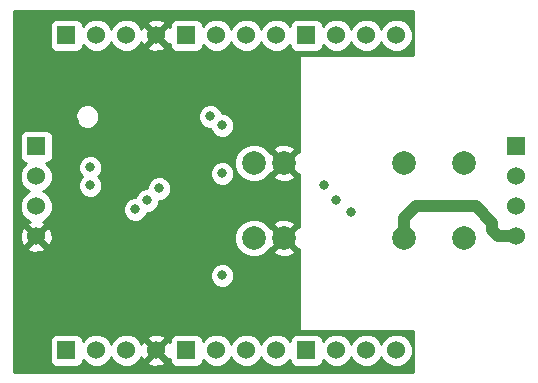
<source format=gbr>
G04 #@! TF.FileFunction,Copper,L3,Inr,Plane*
%FSLAX46Y46*%
G04 Gerber Fmt 4.6, Leading zero omitted, Abs format (unit mm)*
G04 Created by KiCad (PCBNEW (2015-01-16 BZR 5376)-product) date 25/06/2015 00:13:43*
%MOMM*%
G01*
G04 APERTURE LIST*
%ADD10C,0.150000*%
%ADD11R,1.524000X1.524000*%
%ADD12C,1.524000*%
%ADD13C,1.998980*%
%ADD14C,0.800100*%
%ADD15C,1.000760*%
%ADD16C,0.254000*%
G04 APERTURE END LIST*
D10*
D11*
X127000000Y-55118000D03*
D12*
X127000000Y-57658000D03*
X127000000Y-60198000D03*
X127000000Y-62738000D03*
D11*
X109220000Y-45720000D03*
D12*
X111760000Y-45720000D03*
X114300000Y-45720000D03*
X116840000Y-45720000D03*
D11*
X99060000Y-45720000D03*
D12*
X101600000Y-45720000D03*
X104140000Y-45720000D03*
X106680000Y-45720000D03*
D11*
X88900000Y-45720000D03*
D12*
X91440000Y-45720000D03*
X93980000Y-45720000D03*
X96520000Y-45720000D03*
D11*
X109220000Y-72390000D03*
D12*
X111760000Y-72390000D03*
X114300000Y-72390000D03*
X116840000Y-72390000D03*
D11*
X99060000Y-72390000D03*
D12*
X101600000Y-72390000D03*
X104140000Y-72390000D03*
X106680000Y-72390000D03*
D11*
X88900000Y-72390000D03*
D12*
X91440000Y-72390000D03*
X93980000Y-72390000D03*
X96520000Y-72390000D03*
D11*
X86360000Y-55118000D03*
D12*
X86360000Y-57658000D03*
X86360000Y-60198000D03*
X86360000Y-62738000D03*
D13*
X104775000Y-56515000D03*
X107315000Y-56515000D03*
X117475000Y-56515000D03*
X122555000Y-56515000D03*
X104775000Y-62865000D03*
X107315000Y-62865000D03*
X117475000Y-62865000D03*
X122555000Y-62865000D03*
D14*
X94742000Y-60452000D03*
X113030000Y-60706000D03*
X90932000Y-58420000D03*
X90932000Y-56896000D03*
X101092000Y-52578000D03*
X102108000Y-57404000D03*
X110744000Y-58420000D03*
X96774000Y-58674000D03*
X111760000Y-59690000D03*
X95758000Y-59690000D03*
X99695000Y-66802000D03*
X92075000Y-48260000D03*
X90551000Y-48260000D03*
X102108000Y-53340000D03*
X102108000Y-66040000D03*
X89535000Y-52959000D03*
D15*
X117475000Y-61214000D02*
X118491000Y-60198000D01*
X118491000Y-60198000D02*
X123571000Y-60198000D01*
X123571000Y-60198000D02*
X124968000Y-61595000D01*
X124968000Y-61595000D02*
X124968000Y-62230000D01*
X124968000Y-62230000D02*
X125476000Y-62738000D01*
X125476000Y-62738000D02*
X127000000Y-62738000D01*
X117475000Y-62865000D02*
X117475000Y-61214000D01*
D16*
G36*
X118237000Y-74246740D02*
X118234460Y-74246740D01*
X118234460Y-72666860D01*
X118234460Y-72113140D01*
X118021100Y-71600060D01*
X117629940Y-71208900D01*
X117116860Y-70995540D01*
X116563140Y-70995540D01*
X116050060Y-71208900D01*
X115658900Y-71600060D01*
X115570000Y-71813420D01*
X115481100Y-71600060D01*
X115089940Y-71208900D01*
X114576860Y-70995540D01*
X114023140Y-70995540D01*
X113510060Y-71208900D01*
X113118900Y-71600060D01*
X113030000Y-71813420D01*
X112941100Y-71600060D01*
X112549940Y-71208900D01*
X112036860Y-70995540D01*
X111483140Y-70995540D01*
X110970060Y-71208900D01*
X110614460Y-71564500D01*
X110614460Y-71503540D01*
X110517940Y-71269860D01*
X110340140Y-71092060D01*
X110109000Y-70995540D01*
X109857540Y-70995540D01*
X108333540Y-70995540D01*
X108262420Y-71023480D01*
X108262420Y-63992760D01*
X107315000Y-63045340D01*
X107134660Y-63225680D01*
X107134660Y-62865000D01*
X106187240Y-61917580D01*
X106146600Y-61930280D01*
X105702100Y-61483240D01*
X105102660Y-61231780D01*
X104452420Y-61231780D01*
X103852980Y-61480700D01*
X103393240Y-61937900D01*
X103141780Y-62537340D01*
X103141780Y-63187580D01*
X103390700Y-63787020D01*
X103847900Y-64246760D01*
X104447340Y-64498220D01*
X105097580Y-64498220D01*
X105697020Y-64249300D01*
X106149140Y-63797180D01*
X106187240Y-63812420D01*
X107134660Y-62865000D01*
X107134660Y-63225680D01*
X106367580Y-63992760D01*
X106461560Y-64256920D01*
X107061000Y-64477900D01*
X107696000Y-64452500D01*
X108168440Y-64256920D01*
X108262420Y-63992760D01*
X108262420Y-71023480D01*
X108099860Y-71092060D01*
X107922060Y-71269860D01*
X107825540Y-71501000D01*
X107825540Y-71564500D01*
X107469940Y-71208900D01*
X106956860Y-70995540D01*
X106403140Y-70995540D01*
X105890060Y-71208900D01*
X105498900Y-71600060D01*
X105410000Y-71813420D01*
X105321100Y-71600060D01*
X104929940Y-71208900D01*
X104416860Y-70995540D01*
X103863140Y-70995540D01*
X103350060Y-71208900D01*
X103139240Y-71419720D01*
X103139240Y-66245740D01*
X103139240Y-65836800D01*
X103139240Y-57609740D01*
X103139240Y-57200800D01*
X103139240Y-53545740D01*
X103139240Y-53136800D01*
X102981760Y-52758340D01*
X102694740Y-52466240D01*
X102313740Y-52308760D01*
X102095300Y-52308760D01*
X101965760Y-51996340D01*
X101678740Y-51704240D01*
X101297740Y-51546760D01*
X100888800Y-51546760D01*
X100510340Y-51704240D01*
X100218240Y-51991260D01*
X100060760Y-52372260D01*
X100060760Y-52781200D01*
X100218240Y-53159660D01*
X100505260Y-53451760D01*
X100886260Y-53609240D01*
X101102160Y-53609240D01*
X101234240Y-53921660D01*
X101521260Y-54213760D01*
X101902260Y-54371240D01*
X102311200Y-54371240D01*
X102689660Y-54213760D01*
X102981760Y-53926740D01*
X103139240Y-53545740D01*
X103139240Y-57200800D01*
X102981760Y-56822340D01*
X102694740Y-56530240D01*
X102313740Y-56372760D01*
X101904800Y-56372760D01*
X101526340Y-56530240D01*
X101234240Y-56817260D01*
X101076760Y-57198260D01*
X101076760Y-57607200D01*
X101234240Y-57985660D01*
X101521260Y-58277760D01*
X101902260Y-58435240D01*
X102311200Y-58435240D01*
X102689660Y-58277760D01*
X102981760Y-57990740D01*
X103139240Y-57609740D01*
X103139240Y-65836800D01*
X102981760Y-65458340D01*
X102694740Y-65166240D01*
X102313740Y-65008760D01*
X101904800Y-65008760D01*
X101526340Y-65166240D01*
X101234240Y-65453260D01*
X101076760Y-65834260D01*
X101076760Y-66243200D01*
X101234240Y-66621660D01*
X101521260Y-66913760D01*
X101902260Y-67071240D01*
X102311200Y-67071240D01*
X102689660Y-66913760D01*
X102981760Y-66626740D01*
X103139240Y-66245740D01*
X103139240Y-71419720D01*
X102958900Y-71600060D01*
X102870000Y-71813420D01*
X102781100Y-71600060D01*
X102389940Y-71208900D01*
X101876860Y-70995540D01*
X101323140Y-70995540D01*
X100810060Y-71208900D01*
X100454460Y-71564500D01*
X100454460Y-71503540D01*
X100357940Y-71269860D01*
X100180140Y-71092060D01*
X99949000Y-70995540D01*
X99697540Y-70995540D01*
X98173540Y-70995540D01*
X97939860Y-71092060D01*
X97805240Y-71226680D01*
X97805240Y-58879740D01*
X97805240Y-58470800D01*
X97647760Y-58092340D01*
X97360740Y-57800240D01*
X97302320Y-57774840D01*
X97302320Y-46680120D01*
X96520000Y-45900340D01*
X96339660Y-46078140D01*
X96339660Y-45720000D01*
X95559880Y-44937680D01*
X95321120Y-45006260D01*
X95260160Y-45171360D01*
X95161100Y-44930060D01*
X94769940Y-44538900D01*
X94256860Y-44325540D01*
X93703140Y-44325540D01*
X93190060Y-44538900D01*
X92798900Y-44930060D01*
X92710000Y-45143420D01*
X92621100Y-44930060D01*
X92229940Y-44538900D01*
X91716860Y-44325540D01*
X91163140Y-44325540D01*
X90650060Y-44538900D01*
X90294460Y-44894500D01*
X90294460Y-44833540D01*
X90197940Y-44599860D01*
X90020140Y-44422060D01*
X89789000Y-44325540D01*
X89537540Y-44325540D01*
X88013540Y-44325540D01*
X87779860Y-44422060D01*
X87602060Y-44599860D01*
X87505540Y-44831000D01*
X87505540Y-45082460D01*
X87505540Y-46606460D01*
X87602060Y-46840140D01*
X87779860Y-47017940D01*
X88011000Y-47114460D01*
X88262460Y-47114460D01*
X89786460Y-47114460D01*
X90020140Y-47017940D01*
X90197940Y-46840140D01*
X90294460Y-46609000D01*
X90294460Y-46545500D01*
X90650060Y-46901100D01*
X91163140Y-47114460D01*
X91716860Y-47114460D01*
X92229940Y-46901100D01*
X92621100Y-46509940D01*
X92710000Y-46294040D01*
X92798900Y-46509940D01*
X93190060Y-46901100D01*
X93703140Y-47114460D01*
X94256860Y-47114460D01*
X94769940Y-46901100D01*
X95161100Y-46509940D01*
X95255080Y-46276260D01*
X95321120Y-46433740D01*
X95559880Y-46502320D01*
X96339660Y-45720000D01*
X96339660Y-46078140D01*
X95737680Y-46680120D01*
X95806260Y-46918880D01*
X96319340Y-47099220D01*
X96860360Y-47071280D01*
X97233740Y-46918880D01*
X97302320Y-46680120D01*
X97302320Y-57774840D01*
X96979740Y-57642760D01*
X96570800Y-57642760D01*
X96192340Y-57800240D01*
X95900240Y-58087260D01*
X95742760Y-58468260D01*
X95742760Y-58658760D01*
X95554800Y-58658760D01*
X95176340Y-58816240D01*
X94884240Y-59103260D01*
X94752160Y-59420760D01*
X94538800Y-59420760D01*
X94160340Y-59578240D01*
X93868240Y-59865260D01*
X93710760Y-60246260D01*
X93710760Y-60655200D01*
X93868240Y-61033660D01*
X94155260Y-61325760D01*
X94536260Y-61483240D01*
X94945200Y-61483240D01*
X95323660Y-61325760D01*
X95615760Y-61038740D01*
X95745300Y-60721240D01*
X95961200Y-60721240D01*
X96339660Y-60563760D01*
X96631760Y-60276740D01*
X96789240Y-59895740D01*
X96789240Y-59705240D01*
X96977200Y-59705240D01*
X97355660Y-59547760D01*
X97647760Y-59260740D01*
X97805240Y-58879740D01*
X97805240Y-71226680D01*
X97762060Y-71269860D01*
X97665540Y-71501000D01*
X97665540Y-71658480D01*
X97480120Y-71607680D01*
X97302320Y-71785480D01*
X97302320Y-71429880D01*
X97233740Y-71191120D01*
X96720660Y-71010780D01*
X96179640Y-71038720D01*
X95806260Y-71191120D01*
X95737680Y-71429880D01*
X96520000Y-72209660D01*
X97302320Y-71429880D01*
X97302320Y-71785480D01*
X96700340Y-72390000D01*
X97480120Y-73172320D01*
X97665540Y-73118980D01*
X97665540Y-73276460D01*
X97762060Y-73510140D01*
X97939860Y-73687940D01*
X98171000Y-73784460D01*
X98422460Y-73784460D01*
X99946460Y-73784460D01*
X100180140Y-73687940D01*
X100357940Y-73510140D01*
X100454460Y-73279000D01*
X100454460Y-73215500D01*
X100810060Y-73571100D01*
X101323140Y-73784460D01*
X101876860Y-73784460D01*
X102389940Y-73571100D01*
X102781100Y-73179940D01*
X102870000Y-72964040D01*
X102958900Y-73179940D01*
X103350060Y-73571100D01*
X103863140Y-73784460D01*
X104416860Y-73784460D01*
X104929940Y-73571100D01*
X105321100Y-73179940D01*
X105410000Y-72964040D01*
X105498900Y-73179940D01*
X105890060Y-73571100D01*
X106403140Y-73784460D01*
X106956860Y-73784460D01*
X107469940Y-73571100D01*
X107825540Y-73215500D01*
X107825540Y-73276460D01*
X107922060Y-73510140D01*
X108099860Y-73687940D01*
X108331000Y-73784460D01*
X108582460Y-73784460D01*
X110106460Y-73784460D01*
X110340140Y-73687940D01*
X110517940Y-73510140D01*
X110614460Y-73279000D01*
X110614460Y-73215500D01*
X110970060Y-73571100D01*
X111483140Y-73784460D01*
X112036860Y-73784460D01*
X112549940Y-73571100D01*
X112941100Y-73179940D01*
X113030000Y-72964040D01*
X113118900Y-73179940D01*
X113510060Y-73571100D01*
X114023140Y-73784460D01*
X114576860Y-73784460D01*
X115089940Y-73571100D01*
X115481100Y-73179940D01*
X115570000Y-72964040D01*
X115658900Y-73179940D01*
X116050060Y-73571100D01*
X116563140Y-73784460D01*
X117116860Y-73784460D01*
X117629940Y-73571100D01*
X118021100Y-73179940D01*
X118234460Y-72666860D01*
X118234460Y-74246740D01*
X97302320Y-74246740D01*
X97302320Y-73350120D01*
X96520000Y-72570340D01*
X96339660Y-72748140D01*
X96339660Y-72390000D01*
X95559880Y-71607680D01*
X95321120Y-71676260D01*
X95260160Y-71841360D01*
X95161100Y-71600060D01*
X94769940Y-71208900D01*
X94256860Y-70995540D01*
X93703140Y-70995540D01*
X93190060Y-71208900D01*
X92798900Y-71600060D01*
X92710000Y-71813420D01*
X92621100Y-71600060D01*
X92229940Y-71208900D01*
X91963240Y-71097140D01*
X91963240Y-58625740D01*
X91963240Y-58216800D01*
X91805760Y-57838340D01*
X91627960Y-57655460D01*
X91805760Y-57482740D01*
X91963240Y-57101740D01*
X91963240Y-56692800D01*
X91805760Y-56314340D01*
X91709240Y-56215280D01*
X91709240Y-52783740D01*
X91709240Y-52374800D01*
X91551760Y-51996340D01*
X91264740Y-51704240D01*
X90883740Y-51546760D01*
X90474800Y-51546760D01*
X90096340Y-51704240D01*
X89804240Y-51991260D01*
X89646760Y-52372260D01*
X89646760Y-52781200D01*
X89804240Y-53159660D01*
X90091260Y-53451760D01*
X90472260Y-53609240D01*
X90881200Y-53609240D01*
X91259660Y-53451760D01*
X91551760Y-53164740D01*
X91709240Y-52783740D01*
X91709240Y-56215280D01*
X91518740Y-56022240D01*
X91137740Y-55864760D01*
X90728800Y-55864760D01*
X90350340Y-56022240D01*
X90058240Y-56309260D01*
X89900760Y-56690260D01*
X89900760Y-57099200D01*
X90058240Y-57477660D01*
X90233500Y-57658000D01*
X90058240Y-57833260D01*
X89900760Y-58214260D01*
X89900760Y-58623200D01*
X90058240Y-59001660D01*
X90345260Y-59293760D01*
X90726260Y-59451240D01*
X91135200Y-59451240D01*
X91513660Y-59293760D01*
X91805760Y-59006740D01*
X91963240Y-58625740D01*
X91963240Y-71097140D01*
X91716860Y-70995540D01*
X91163140Y-70995540D01*
X90650060Y-71208900D01*
X90294460Y-71564500D01*
X90294460Y-71503540D01*
X90197940Y-71269860D01*
X90020140Y-71092060D01*
X89789000Y-70995540D01*
X89537540Y-70995540D01*
X88013540Y-70995540D01*
X87779860Y-71092060D01*
X87754460Y-71117460D01*
X87754460Y-60474860D01*
X87754460Y-59921140D01*
X87541100Y-59408060D01*
X87149940Y-59016900D01*
X86934040Y-58928000D01*
X87149940Y-58839100D01*
X87541100Y-58447940D01*
X87754460Y-57934860D01*
X87754460Y-57381140D01*
X87541100Y-56868060D01*
X87185500Y-56512460D01*
X87246460Y-56512460D01*
X87480140Y-56415940D01*
X87657940Y-56238140D01*
X87754460Y-56007000D01*
X87754460Y-55755540D01*
X87754460Y-54231540D01*
X87657940Y-53997860D01*
X87480140Y-53820060D01*
X87249000Y-53723540D01*
X86997540Y-53723540D01*
X85473540Y-53723540D01*
X85239860Y-53820060D01*
X85062060Y-53997860D01*
X84965540Y-54229000D01*
X84965540Y-54480460D01*
X84965540Y-56004460D01*
X85062060Y-56238140D01*
X85239860Y-56415940D01*
X85471000Y-56512460D01*
X85534500Y-56512460D01*
X85178900Y-56868060D01*
X84965540Y-57381140D01*
X84965540Y-57934860D01*
X85178900Y-58447940D01*
X85570060Y-58839100D01*
X85783420Y-58928000D01*
X85570060Y-59016900D01*
X85178900Y-59408060D01*
X84965540Y-59921140D01*
X84965540Y-60474860D01*
X85178900Y-60987940D01*
X85570060Y-61379100D01*
X85801200Y-61473080D01*
X85646260Y-61539120D01*
X85577680Y-61777880D01*
X86360000Y-62557660D01*
X87142320Y-61777880D01*
X87073740Y-61539120D01*
X86906100Y-61478160D01*
X87149940Y-61379100D01*
X87541100Y-60987940D01*
X87754460Y-60474860D01*
X87754460Y-71117460D01*
X87739220Y-71132700D01*
X87739220Y-62938660D01*
X87711280Y-62397640D01*
X87558880Y-62024260D01*
X87320120Y-61955680D01*
X86540340Y-62738000D01*
X87320120Y-63520320D01*
X87558880Y-63451740D01*
X87739220Y-62938660D01*
X87739220Y-71132700D01*
X87602060Y-71269860D01*
X87505540Y-71501000D01*
X87505540Y-71752460D01*
X87505540Y-73276460D01*
X87602060Y-73510140D01*
X87779860Y-73687940D01*
X88011000Y-73784460D01*
X88262460Y-73784460D01*
X89786460Y-73784460D01*
X90020140Y-73687940D01*
X90197940Y-73510140D01*
X90294460Y-73279000D01*
X90294460Y-73215500D01*
X90650060Y-73571100D01*
X91163140Y-73784460D01*
X91716860Y-73784460D01*
X92229940Y-73571100D01*
X92621100Y-73179940D01*
X92710000Y-72964040D01*
X92798900Y-73179940D01*
X93190060Y-73571100D01*
X93703140Y-73784460D01*
X94256860Y-73784460D01*
X94769940Y-73571100D01*
X95161100Y-73179940D01*
X95255080Y-72946260D01*
X95321120Y-73103740D01*
X95559880Y-73172320D01*
X96339660Y-72390000D01*
X96339660Y-72748140D01*
X95737680Y-73350120D01*
X95806260Y-73588880D01*
X96319340Y-73769220D01*
X96860360Y-73741280D01*
X97233740Y-73588880D01*
X97302320Y-73350120D01*
X97302320Y-74246740D01*
X87142320Y-74246740D01*
X87142320Y-63698120D01*
X86360000Y-62918340D01*
X86179660Y-63096140D01*
X86179660Y-62738000D01*
X85399880Y-61955680D01*
X85161120Y-62024260D01*
X84980780Y-62537340D01*
X85008720Y-63078360D01*
X85161120Y-63451740D01*
X85399880Y-63520320D01*
X86179660Y-62738000D01*
X86179660Y-63096140D01*
X85577680Y-63698120D01*
X85646260Y-63936880D01*
X86159340Y-64117220D01*
X86700360Y-64089280D01*
X87073740Y-63936880D01*
X87142320Y-63698120D01*
X87142320Y-74246740D01*
X84503260Y-74246740D01*
X84503260Y-43609260D01*
X90932000Y-43609260D01*
X118237000Y-43609260D01*
X118237000Y-47371000D01*
X118234460Y-47371000D01*
X118234460Y-45996860D01*
X118234460Y-45443140D01*
X118021100Y-44930060D01*
X117629940Y-44538900D01*
X117116860Y-44325540D01*
X116563140Y-44325540D01*
X116050060Y-44538900D01*
X115658900Y-44930060D01*
X115570000Y-45143420D01*
X115481100Y-44930060D01*
X115089940Y-44538900D01*
X114576860Y-44325540D01*
X114023140Y-44325540D01*
X113510060Y-44538900D01*
X113118900Y-44930060D01*
X113030000Y-45143420D01*
X112941100Y-44930060D01*
X112549940Y-44538900D01*
X112036860Y-44325540D01*
X111483140Y-44325540D01*
X110970060Y-44538900D01*
X110614460Y-44894500D01*
X110614460Y-44833540D01*
X110517940Y-44599860D01*
X110340140Y-44422060D01*
X110109000Y-44325540D01*
X109857540Y-44325540D01*
X108333540Y-44325540D01*
X108099860Y-44422060D01*
X107922060Y-44599860D01*
X107825540Y-44831000D01*
X107825540Y-44894500D01*
X107469940Y-44538900D01*
X106956860Y-44325540D01*
X106403140Y-44325540D01*
X105890060Y-44538900D01*
X105498900Y-44930060D01*
X105410000Y-45143420D01*
X105321100Y-44930060D01*
X104929940Y-44538900D01*
X104416860Y-44325540D01*
X103863140Y-44325540D01*
X103350060Y-44538900D01*
X102958900Y-44930060D01*
X102870000Y-45143420D01*
X102781100Y-44930060D01*
X102389940Y-44538900D01*
X101876860Y-44325540D01*
X101323140Y-44325540D01*
X100810060Y-44538900D01*
X100454460Y-44894500D01*
X100454460Y-44833540D01*
X100357940Y-44599860D01*
X100180140Y-44422060D01*
X99949000Y-44325540D01*
X99697540Y-44325540D01*
X98173540Y-44325540D01*
X97939860Y-44422060D01*
X97762060Y-44599860D01*
X97665540Y-44831000D01*
X97665540Y-44988480D01*
X97480120Y-44937680D01*
X97302320Y-45115480D01*
X97302320Y-44759880D01*
X97233740Y-44521120D01*
X96720660Y-44340780D01*
X96179640Y-44368720D01*
X95806260Y-44521120D01*
X95737680Y-44759880D01*
X96520000Y-45539660D01*
X97302320Y-44759880D01*
X97302320Y-45115480D01*
X96700340Y-45720000D01*
X97480120Y-46502320D01*
X97665540Y-46448980D01*
X97665540Y-46606460D01*
X97762060Y-46840140D01*
X97939860Y-47017940D01*
X98171000Y-47114460D01*
X98422460Y-47114460D01*
X99946460Y-47114460D01*
X100180140Y-47017940D01*
X100357940Y-46840140D01*
X100454460Y-46609000D01*
X100454460Y-46545500D01*
X100810060Y-46901100D01*
X101323140Y-47114460D01*
X101876860Y-47114460D01*
X102389940Y-46901100D01*
X102781100Y-46509940D01*
X102870000Y-46294040D01*
X102958900Y-46509940D01*
X103350060Y-46901100D01*
X103863140Y-47114460D01*
X104416860Y-47114460D01*
X104929940Y-46901100D01*
X105321100Y-46509940D01*
X105410000Y-46294040D01*
X105498900Y-46509940D01*
X105890060Y-46901100D01*
X106403140Y-47114460D01*
X106956860Y-47114460D01*
X107469940Y-46901100D01*
X107825540Y-46545500D01*
X107825540Y-46606460D01*
X107922060Y-46840140D01*
X108099860Y-47017940D01*
X108331000Y-47114460D01*
X108582460Y-47114460D01*
X110106460Y-47114460D01*
X110340140Y-47017940D01*
X110517940Y-46840140D01*
X110614460Y-46609000D01*
X110614460Y-46545500D01*
X110970060Y-46901100D01*
X111483140Y-47114460D01*
X112036860Y-47114460D01*
X112549940Y-46901100D01*
X112941100Y-46509940D01*
X113030000Y-46294040D01*
X113118900Y-46509940D01*
X113510060Y-46901100D01*
X114023140Y-47114460D01*
X114576860Y-47114460D01*
X115089940Y-46901100D01*
X115481100Y-46509940D01*
X115570000Y-46294040D01*
X115658900Y-46509940D01*
X116050060Y-46901100D01*
X116563140Y-47114460D01*
X117116860Y-47114460D01*
X117629940Y-46901100D01*
X118021100Y-46509940D01*
X118234460Y-45996860D01*
X118234460Y-47371000D01*
X108585000Y-47371000D01*
X108585000Y-55615840D01*
X108442760Y-55567580D01*
X108262420Y-55747920D01*
X108262420Y-55387240D01*
X108168440Y-55123080D01*
X107569000Y-54902100D01*
X106934000Y-54927500D01*
X106461560Y-55123080D01*
X106367580Y-55387240D01*
X107315000Y-56334660D01*
X108262420Y-55387240D01*
X108262420Y-55747920D01*
X107495340Y-56515000D01*
X108442760Y-57462420D01*
X108585000Y-57411620D01*
X108585000Y-61965840D01*
X108442760Y-61917580D01*
X108262420Y-62097920D01*
X108262420Y-61737240D01*
X108262420Y-57642760D01*
X107315000Y-56695340D01*
X107134660Y-56875680D01*
X107134660Y-56515000D01*
X106187240Y-55567580D01*
X106146600Y-55580280D01*
X105702100Y-55133240D01*
X105102660Y-54881780D01*
X104452420Y-54881780D01*
X103852980Y-55130700D01*
X103393240Y-55587900D01*
X103141780Y-56187340D01*
X103141780Y-56837580D01*
X103390700Y-57437020D01*
X103847900Y-57896760D01*
X104447340Y-58148220D01*
X105097580Y-58148220D01*
X105697020Y-57899300D01*
X106149140Y-57447180D01*
X106187240Y-57462420D01*
X107134660Y-56515000D01*
X107134660Y-56875680D01*
X106367580Y-57642760D01*
X106461560Y-57906920D01*
X107061000Y-58127900D01*
X107696000Y-58102500D01*
X108168440Y-57906920D01*
X108262420Y-57642760D01*
X108262420Y-61737240D01*
X108168440Y-61473080D01*
X107569000Y-61252100D01*
X106934000Y-61277500D01*
X106461560Y-61473080D01*
X106367580Y-61737240D01*
X107315000Y-62684660D01*
X108262420Y-61737240D01*
X108262420Y-62097920D01*
X107495340Y-62865000D01*
X108442760Y-63812420D01*
X108585000Y-63761620D01*
X108585000Y-70739000D01*
X118237000Y-70739000D01*
X118237000Y-74246740D01*
X118237000Y-74246740D01*
G37*
X118237000Y-74246740D02*
X118234460Y-74246740D01*
X118234460Y-72666860D01*
X118234460Y-72113140D01*
X118021100Y-71600060D01*
X117629940Y-71208900D01*
X117116860Y-70995540D01*
X116563140Y-70995540D01*
X116050060Y-71208900D01*
X115658900Y-71600060D01*
X115570000Y-71813420D01*
X115481100Y-71600060D01*
X115089940Y-71208900D01*
X114576860Y-70995540D01*
X114023140Y-70995540D01*
X113510060Y-71208900D01*
X113118900Y-71600060D01*
X113030000Y-71813420D01*
X112941100Y-71600060D01*
X112549940Y-71208900D01*
X112036860Y-70995540D01*
X111483140Y-70995540D01*
X110970060Y-71208900D01*
X110614460Y-71564500D01*
X110614460Y-71503540D01*
X110517940Y-71269860D01*
X110340140Y-71092060D01*
X110109000Y-70995540D01*
X109857540Y-70995540D01*
X108333540Y-70995540D01*
X108262420Y-71023480D01*
X108262420Y-63992760D01*
X107315000Y-63045340D01*
X107134660Y-63225680D01*
X107134660Y-62865000D01*
X106187240Y-61917580D01*
X106146600Y-61930280D01*
X105702100Y-61483240D01*
X105102660Y-61231780D01*
X104452420Y-61231780D01*
X103852980Y-61480700D01*
X103393240Y-61937900D01*
X103141780Y-62537340D01*
X103141780Y-63187580D01*
X103390700Y-63787020D01*
X103847900Y-64246760D01*
X104447340Y-64498220D01*
X105097580Y-64498220D01*
X105697020Y-64249300D01*
X106149140Y-63797180D01*
X106187240Y-63812420D01*
X107134660Y-62865000D01*
X107134660Y-63225680D01*
X106367580Y-63992760D01*
X106461560Y-64256920D01*
X107061000Y-64477900D01*
X107696000Y-64452500D01*
X108168440Y-64256920D01*
X108262420Y-63992760D01*
X108262420Y-71023480D01*
X108099860Y-71092060D01*
X107922060Y-71269860D01*
X107825540Y-71501000D01*
X107825540Y-71564500D01*
X107469940Y-71208900D01*
X106956860Y-70995540D01*
X106403140Y-70995540D01*
X105890060Y-71208900D01*
X105498900Y-71600060D01*
X105410000Y-71813420D01*
X105321100Y-71600060D01*
X104929940Y-71208900D01*
X104416860Y-70995540D01*
X103863140Y-70995540D01*
X103350060Y-71208900D01*
X103139240Y-71419720D01*
X103139240Y-66245740D01*
X103139240Y-65836800D01*
X103139240Y-57609740D01*
X103139240Y-57200800D01*
X103139240Y-53545740D01*
X103139240Y-53136800D01*
X102981760Y-52758340D01*
X102694740Y-52466240D01*
X102313740Y-52308760D01*
X102095300Y-52308760D01*
X101965760Y-51996340D01*
X101678740Y-51704240D01*
X101297740Y-51546760D01*
X100888800Y-51546760D01*
X100510340Y-51704240D01*
X100218240Y-51991260D01*
X100060760Y-52372260D01*
X100060760Y-52781200D01*
X100218240Y-53159660D01*
X100505260Y-53451760D01*
X100886260Y-53609240D01*
X101102160Y-53609240D01*
X101234240Y-53921660D01*
X101521260Y-54213760D01*
X101902260Y-54371240D01*
X102311200Y-54371240D01*
X102689660Y-54213760D01*
X102981760Y-53926740D01*
X103139240Y-53545740D01*
X103139240Y-57200800D01*
X102981760Y-56822340D01*
X102694740Y-56530240D01*
X102313740Y-56372760D01*
X101904800Y-56372760D01*
X101526340Y-56530240D01*
X101234240Y-56817260D01*
X101076760Y-57198260D01*
X101076760Y-57607200D01*
X101234240Y-57985660D01*
X101521260Y-58277760D01*
X101902260Y-58435240D01*
X102311200Y-58435240D01*
X102689660Y-58277760D01*
X102981760Y-57990740D01*
X103139240Y-57609740D01*
X103139240Y-65836800D01*
X102981760Y-65458340D01*
X102694740Y-65166240D01*
X102313740Y-65008760D01*
X101904800Y-65008760D01*
X101526340Y-65166240D01*
X101234240Y-65453260D01*
X101076760Y-65834260D01*
X101076760Y-66243200D01*
X101234240Y-66621660D01*
X101521260Y-66913760D01*
X101902260Y-67071240D01*
X102311200Y-67071240D01*
X102689660Y-66913760D01*
X102981760Y-66626740D01*
X103139240Y-66245740D01*
X103139240Y-71419720D01*
X102958900Y-71600060D01*
X102870000Y-71813420D01*
X102781100Y-71600060D01*
X102389940Y-71208900D01*
X101876860Y-70995540D01*
X101323140Y-70995540D01*
X100810060Y-71208900D01*
X100454460Y-71564500D01*
X100454460Y-71503540D01*
X100357940Y-71269860D01*
X100180140Y-71092060D01*
X99949000Y-70995540D01*
X99697540Y-70995540D01*
X98173540Y-70995540D01*
X97939860Y-71092060D01*
X97805240Y-71226680D01*
X97805240Y-58879740D01*
X97805240Y-58470800D01*
X97647760Y-58092340D01*
X97360740Y-57800240D01*
X97302320Y-57774840D01*
X97302320Y-46680120D01*
X96520000Y-45900340D01*
X96339660Y-46078140D01*
X96339660Y-45720000D01*
X95559880Y-44937680D01*
X95321120Y-45006260D01*
X95260160Y-45171360D01*
X95161100Y-44930060D01*
X94769940Y-44538900D01*
X94256860Y-44325540D01*
X93703140Y-44325540D01*
X93190060Y-44538900D01*
X92798900Y-44930060D01*
X92710000Y-45143420D01*
X92621100Y-44930060D01*
X92229940Y-44538900D01*
X91716860Y-44325540D01*
X91163140Y-44325540D01*
X90650060Y-44538900D01*
X90294460Y-44894500D01*
X90294460Y-44833540D01*
X90197940Y-44599860D01*
X90020140Y-44422060D01*
X89789000Y-44325540D01*
X89537540Y-44325540D01*
X88013540Y-44325540D01*
X87779860Y-44422060D01*
X87602060Y-44599860D01*
X87505540Y-44831000D01*
X87505540Y-45082460D01*
X87505540Y-46606460D01*
X87602060Y-46840140D01*
X87779860Y-47017940D01*
X88011000Y-47114460D01*
X88262460Y-47114460D01*
X89786460Y-47114460D01*
X90020140Y-47017940D01*
X90197940Y-46840140D01*
X90294460Y-46609000D01*
X90294460Y-46545500D01*
X90650060Y-46901100D01*
X91163140Y-47114460D01*
X91716860Y-47114460D01*
X92229940Y-46901100D01*
X92621100Y-46509940D01*
X92710000Y-46294040D01*
X92798900Y-46509940D01*
X93190060Y-46901100D01*
X93703140Y-47114460D01*
X94256860Y-47114460D01*
X94769940Y-46901100D01*
X95161100Y-46509940D01*
X95255080Y-46276260D01*
X95321120Y-46433740D01*
X95559880Y-46502320D01*
X96339660Y-45720000D01*
X96339660Y-46078140D01*
X95737680Y-46680120D01*
X95806260Y-46918880D01*
X96319340Y-47099220D01*
X96860360Y-47071280D01*
X97233740Y-46918880D01*
X97302320Y-46680120D01*
X97302320Y-57774840D01*
X96979740Y-57642760D01*
X96570800Y-57642760D01*
X96192340Y-57800240D01*
X95900240Y-58087260D01*
X95742760Y-58468260D01*
X95742760Y-58658760D01*
X95554800Y-58658760D01*
X95176340Y-58816240D01*
X94884240Y-59103260D01*
X94752160Y-59420760D01*
X94538800Y-59420760D01*
X94160340Y-59578240D01*
X93868240Y-59865260D01*
X93710760Y-60246260D01*
X93710760Y-60655200D01*
X93868240Y-61033660D01*
X94155260Y-61325760D01*
X94536260Y-61483240D01*
X94945200Y-61483240D01*
X95323660Y-61325760D01*
X95615760Y-61038740D01*
X95745300Y-60721240D01*
X95961200Y-60721240D01*
X96339660Y-60563760D01*
X96631760Y-60276740D01*
X96789240Y-59895740D01*
X96789240Y-59705240D01*
X96977200Y-59705240D01*
X97355660Y-59547760D01*
X97647760Y-59260740D01*
X97805240Y-58879740D01*
X97805240Y-71226680D01*
X97762060Y-71269860D01*
X97665540Y-71501000D01*
X97665540Y-71658480D01*
X97480120Y-71607680D01*
X97302320Y-71785480D01*
X97302320Y-71429880D01*
X97233740Y-71191120D01*
X96720660Y-71010780D01*
X96179640Y-71038720D01*
X95806260Y-71191120D01*
X95737680Y-71429880D01*
X96520000Y-72209660D01*
X97302320Y-71429880D01*
X97302320Y-71785480D01*
X96700340Y-72390000D01*
X97480120Y-73172320D01*
X97665540Y-73118980D01*
X97665540Y-73276460D01*
X97762060Y-73510140D01*
X97939860Y-73687940D01*
X98171000Y-73784460D01*
X98422460Y-73784460D01*
X99946460Y-73784460D01*
X100180140Y-73687940D01*
X100357940Y-73510140D01*
X100454460Y-73279000D01*
X100454460Y-73215500D01*
X100810060Y-73571100D01*
X101323140Y-73784460D01*
X101876860Y-73784460D01*
X102389940Y-73571100D01*
X102781100Y-73179940D01*
X102870000Y-72964040D01*
X102958900Y-73179940D01*
X103350060Y-73571100D01*
X103863140Y-73784460D01*
X104416860Y-73784460D01*
X104929940Y-73571100D01*
X105321100Y-73179940D01*
X105410000Y-72964040D01*
X105498900Y-73179940D01*
X105890060Y-73571100D01*
X106403140Y-73784460D01*
X106956860Y-73784460D01*
X107469940Y-73571100D01*
X107825540Y-73215500D01*
X107825540Y-73276460D01*
X107922060Y-73510140D01*
X108099860Y-73687940D01*
X108331000Y-73784460D01*
X108582460Y-73784460D01*
X110106460Y-73784460D01*
X110340140Y-73687940D01*
X110517940Y-73510140D01*
X110614460Y-73279000D01*
X110614460Y-73215500D01*
X110970060Y-73571100D01*
X111483140Y-73784460D01*
X112036860Y-73784460D01*
X112549940Y-73571100D01*
X112941100Y-73179940D01*
X113030000Y-72964040D01*
X113118900Y-73179940D01*
X113510060Y-73571100D01*
X114023140Y-73784460D01*
X114576860Y-73784460D01*
X115089940Y-73571100D01*
X115481100Y-73179940D01*
X115570000Y-72964040D01*
X115658900Y-73179940D01*
X116050060Y-73571100D01*
X116563140Y-73784460D01*
X117116860Y-73784460D01*
X117629940Y-73571100D01*
X118021100Y-73179940D01*
X118234460Y-72666860D01*
X118234460Y-74246740D01*
X97302320Y-74246740D01*
X97302320Y-73350120D01*
X96520000Y-72570340D01*
X96339660Y-72748140D01*
X96339660Y-72390000D01*
X95559880Y-71607680D01*
X95321120Y-71676260D01*
X95260160Y-71841360D01*
X95161100Y-71600060D01*
X94769940Y-71208900D01*
X94256860Y-70995540D01*
X93703140Y-70995540D01*
X93190060Y-71208900D01*
X92798900Y-71600060D01*
X92710000Y-71813420D01*
X92621100Y-71600060D01*
X92229940Y-71208900D01*
X91963240Y-71097140D01*
X91963240Y-58625740D01*
X91963240Y-58216800D01*
X91805760Y-57838340D01*
X91627960Y-57655460D01*
X91805760Y-57482740D01*
X91963240Y-57101740D01*
X91963240Y-56692800D01*
X91805760Y-56314340D01*
X91709240Y-56215280D01*
X91709240Y-52783740D01*
X91709240Y-52374800D01*
X91551760Y-51996340D01*
X91264740Y-51704240D01*
X90883740Y-51546760D01*
X90474800Y-51546760D01*
X90096340Y-51704240D01*
X89804240Y-51991260D01*
X89646760Y-52372260D01*
X89646760Y-52781200D01*
X89804240Y-53159660D01*
X90091260Y-53451760D01*
X90472260Y-53609240D01*
X90881200Y-53609240D01*
X91259660Y-53451760D01*
X91551760Y-53164740D01*
X91709240Y-52783740D01*
X91709240Y-56215280D01*
X91518740Y-56022240D01*
X91137740Y-55864760D01*
X90728800Y-55864760D01*
X90350340Y-56022240D01*
X90058240Y-56309260D01*
X89900760Y-56690260D01*
X89900760Y-57099200D01*
X90058240Y-57477660D01*
X90233500Y-57658000D01*
X90058240Y-57833260D01*
X89900760Y-58214260D01*
X89900760Y-58623200D01*
X90058240Y-59001660D01*
X90345260Y-59293760D01*
X90726260Y-59451240D01*
X91135200Y-59451240D01*
X91513660Y-59293760D01*
X91805760Y-59006740D01*
X91963240Y-58625740D01*
X91963240Y-71097140D01*
X91716860Y-70995540D01*
X91163140Y-70995540D01*
X90650060Y-71208900D01*
X90294460Y-71564500D01*
X90294460Y-71503540D01*
X90197940Y-71269860D01*
X90020140Y-71092060D01*
X89789000Y-70995540D01*
X89537540Y-70995540D01*
X88013540Y-70995540D01*
X87779860Y-71092060D01*
X87754460Y-71117460D01*
X87754460Y-60474860D01*
X87754460Y-59921140D01*
X87541100Y-59408060D01*
X87149940Y-59016900D01*
X86934040Y-58928000D01*
X87149940Y-58839100D01*
X87541100Y-58447940D01*
X87754460Y-57934860D01*
X87754460Y-57381140D01*
X87541100Y-56868060D01*
X87185500Y-56512460D01*
X87246460Y-56512460D01*
X87480140Y-56415940D01*
X87657940Y-56238140D01*
X87754460Y-56007000D01*
X87754460Y-55755540D01*
X87754460Y-54231540D01*
X87657940Y-53997860D01*
X87480140Y-53820060D01*
X87249000Y-53723540D01*
X86997540Y-53723540D01*
X85473540Y-53723540D01*
X85239860Y-53820060D01*
X85062060Y-53997860D01*
X84965540Y-54229000D01*
X84965540Y-54480460D01*
X84965540Y-56004460D01*
X85062060Y-56238140D01*
X85239860Y-56415940D01*
X85471000Y-56512460D01*
X85534500Y-56512460D01*
X85178900Y-56868060D01*
X84965540Y-57381140D01*
X84965540Y-57934860D01*
X85178900Y-58447940D01*
X85570060Y-58839100D01*
X85783420Y-58928000D01*
X85570060Y-59016900D01*
X85178900Y-59408060D01*
X84965540Y-59921140D01*
X84965540Y-60474860D01*
X85178900Y-60987940D01*
X85570060Y-61379100D01*
X85801200Y-61473080D01*
X85646260Y-61539120D01*
X85577680Y-61777880D01*
X86360000Y-62557660D01*
X87142320Y-61777880D01*
X87073740Y-61539120D01*
X86906100Y-61478160D01*
X87149940Y-61379100D01*
X87541100Y-60987940D01*
X87754460Y-60474860D01*
X87754460Y-71117460D01*
X87739220Y-71132700D01*
X87739220Y-62938660D01*
X87711280Y-62397640D01*
X87558880Y-62024260D01*
X87320120Y-61955680D01*
X86540340Y-62738000D01*
X87320120Y-63520320D01*
X87558880Y-63451740D01*
X87739220Y-62938660D01*
X87739220Y-71132700D01*
X87602060Y-71269860D01*
X87505540Y-71501000D01*
X87505540Y-71752460D01*
X87505540Y-73276460D01*
X87602060Y-73510140D01*
X87779860Y-73687940D01*
X88011000Y-73784460D01*
X88262460Y-73784460D01*
X89786460Y-73784460D01*
X90020140Y-73687940D01*
X90197940Y-73510140D01*
X90294460Y-73279000D01*
X90294460Y-73215500D01*
X90650060Y-73571100D01*
X91163140Y-73784460D01*
X91716860Y-73784460D01*
X92229940Y-73571100D01*
X92621100Y-73179940D01*
X92710000Y-72964040D01*
X92798900Y-73179940D01*
X93190060Y-73571100D01*
X93703140Y-73784460D01*
X94256860Y-73784460D01*
X94769940Y-73571100D01*
X95161100Y-73179940D01*
X95255080Y-72946260D01*
X95321120Y-73103740D01*
X95559880Y-73172320D01*
X96339660Y-72390000D01*
X96339660Y-72748140D01*
X95737680Y-73350120D01*
X95806260Y-73588880D01*
X96319340Y-73769220D01*
X96860360Y-73741280D01*
X97233740Y-73588880D01*
X97302320Y-73350120D01*
X97302320Y-74246740D01*
X87142320Y-74246740D01*
X87142320Y-63698120D01*
X86360000Y-62918340D01*
X86179660Y-63096140D01*
X86179660Y-62738000D01*
X85399880Y-61955680D01*
X85161120Y-62024260D01*
X84980780Y-62537340D01*
X85008720Y-63078360D01*
X85161120Y-63451740D01*
X85399880Y-63520320D01*
X86179660Y-62738000D01*
X86179660Y-63096140D01*
X85577680Y-63698120D01*
X85646260Y-63936880D01*
X86159340Y-64117220D01*
X86700360Y-64089280D01*
X87073740Y-63936880D01*
X87142320Y-63698120D01*
X87142320Y-74246740D01*
X84503260Y-74246740D01*
X84503260Y-43609260D01*
X90932000Y-43609260D01*
X118237000Y-43609260D01*
X118237000Y-47371000D01*
X118234460Y-47371000D01*
X118234460Y-45996860D01*
X118234460Y-45443140D01*
X118021100Y-44930060D01*
X117629940Y-44538900D01*
X117116860Y-44325540D01*
X116563140Y-44325540D01*
X116050060Y-44538900D01*
X115658900Y-44930060D01*
X115570000Y-45143420D01*
X115481100Y-44930060D01*
X115089940Y-44538900D01*
X114576860Y-44325540D01*
X114023140Y-44325540D01*
X113510060Y-44538900D01*
X113118900Y-44930060D01*
X113030000Y-45143420D01*
X112941100Y-44930060D01*
X112549940Y-44538900D01*
X112036860Y-44325540D01*
X111483140Y-44325540D01*
X110970060Y-44538900D01*
X110614460Y-44894500D01*
X110614460Y-44833540D01*
X110517940Y-44599860D01*
X110340140Y-44422060D01*
X110109000Y-44325540D01*
X109857540Y-44325540D01*
X108333540Y-44325540D01*
X108099860Y-44422060D01*
X107922060Y-44599860D01*
X107825540Y-44831000D01*
X107825540Y-44894500D01*
X107469940Y-44538900D01*
X106956860Y-44325540D01*
X106403140Y-44325540D01*
X105890060Y-44538900D01*
X105498900Y-44930060D01*
X105410000Y-45143420D01*
X105321100Y-44930060D01*
X104929940Y-44538900D01*
X104416860Y-44325540D01*
X103863140Y-44325540D01*
X103350060Y-44538900D01*
X102958900Y-44930060D01*
X102870000Y-45143420D01*
X102781100Y-44930060D01*
X102389940Y-44538900D01*
X101876860Y-44325540D01*
X101323140Y-44325540D01*
X100810060Y-44538900D01*
X100454460Y-44894500D01*
X100454460Y-44833540D01*
X100357940Y-44599860D01*
X100180140Y-44422060D01*
X99949000Y-44325540D01*
X99697540Y-44325540D01*
X98173540Y-44325540D01*
X97939860Y-44422060D01*
X97762060Y-44599860D01*
X97665540Y-44831000D01*
X97665540Y-44988480D01*
X97480120Y-44937680D01*
X97302320Y-45115480D01*
X97302320Y-44759880D01*
X97233740Y-44521120D01*
X96720660Y-44340780D01*
X96179640Y-44368720D01*
X95806260Y-44521120D01*
X95737680Y-44759880D01*
X96520000Y-45539660D01*
X97302320Y-44759880D01*
X97302320Y-45115480D01*
X96700340Y-45720000D01*
X97480120Y-46502320D01*
X97665540Y-46448980D01*
X97665540Y-46606460D01*
X97762060Y-46840140D01*
X97939860Y-47017940D01*
X98171000Y-47114460D01*
X98422460Y-47114460D01*
X99946460Y-47114460D01*
X100180140Y-47017940D01*
X100357940Y-46840140D01*
X100454460Y-46609000D01*
X100454460Y-46545500D01*
X100810060Y-46901100D01*
X101323140Y-47114460D01*
X101876860Y-47114460D01*
X102389940Y-46901100D01*
X102781100Y-46509940D01*
X102870000Y-46294040D01*
X102958900Y-46509940D01*
X103350060Y-46901100D01*
X103863140Y-47114460D01*
X104416860Y-47114460D01*
X104929940Y-46901100D01*
X105321100Y-46509940D01*
X105410000Y-46294040D01*
X105498900Y-46509940D01*
X105890060Y-46901100D01*
X106403140Y-47114460D01*
X106956860Y-47114460D01*
X107469940Y-46901100D01*
X107825540Y-46545500D01*
X107825540Y-46606460D01*
X107922060Y-46840140D01*
X108099860Y-47017940D01*
X108331000Y-47114460D01*
X108582460Y-47114460D01*
X110106460Y-47114460D01*
X110340140Y-47017940D01*
X110517940Y-46840140D01*
X110614460Y-46609000D01*
X110614460Y-46545500D01*
X110970060Y-46901100D01*
X111483140Y-47114460D01*
X112036860Y-47114460D01*
X112549940Y-46901100D01*
X112941100Y-46509940D01*
X113030000Y-46294040D01*
X113118900Y-46509940D01*
X113510060Y-46901100D01*
X114023140Y-47114460D01*
X114576860Y-47114460D01*
X115089940Y-46901100D01*
X115481100Y-46509940D01*
X115570000Y-46294040D01*
X115658900Y-46509940D01*
X116050060Y-46901100D01*
X116563140Y-47114460D01*
X117116860Y-47114460D01*
X117629940Y-46901100D01*
X118021100Y-46509940D01*
X118234460Y-45996860D01*
X118234460Y-47371000D01*
X108585000Y-47371000D01*
X108585000Y-55615840D01*
X108442760Y-55567580D01*
X108262420Y-55747920D01*
X108262420Y-55387240D01*
X108168440Y-55123080D01*
X107569000Y-54902100D01*
X106934000Y-54927500D01*
X106461560Y-55123080D01*
X106367580Y-55387240D01*
X107315000Y-56334660D01*
X108262420Y-55387240D01*
X108262420Y-55747920D01*
X107495340Y-56515000D01*
X108442760Y-57462420D01*
X108585000Y-57411620D01*
X108585000Y-61965840D01*
X108442760Y-61917580D01*
X108262420Y-62097920D01*
X108262420Y-61737240D01*
X108262420Y-57642760D01*
X107315000Y-56695340D01*
X107134660Y-56875680D01*
X107134660Y-56515000D01*
X106187240Y-55567580D01*
X106146600Y-55580280D01*
X105702100Y-55133240D01*
X105102660Y-54881780D01*
X104452420Y-54881780D01*
X103852980Y-55130700D01*
X103393240Y-55587900D01*
X103141780Y-56187340D01*
X103141780Y-56837580D01*
X103390700Y-57437020D01*
X103847900Y-57896760D01*
X104447340Y-58148220D01*
X105097580Y-58148220D01*
X105697020Y-57899300D01*
X106149140Y-57447180D01*
X106187240Y-57462420D01*
X107134660Y-56515000D01*
X107134660Y-56875680D01*
X106367580Y-57642760D01*
X106461560Y-57906920D01*
X107061000Y-58127900D01*
X107696000Y-58102500D01*
X108168440Y-57906920D01*
X108262420Y-57642760D01*
X108262420Y-61737240D01*
X108168440Y-61473080D01*
X107569000Y-61252100D01*
X106934000Y-61277500D01*
X106461560Y-61473080D01*
X106367580Y-61737240D01*
X107315000Y-62684660D01*
X108262420Y-61737240D01*
X108262420Y-62097920D01*
X107495340Y-62865000D01*
X108442760Y-63812420D01*
X108585000Y-63761620D01*
X108585000Y-70739000D01*
X118237000Y-70739000D01*
X118237000Y-74246740D01*
M02*

</source>
